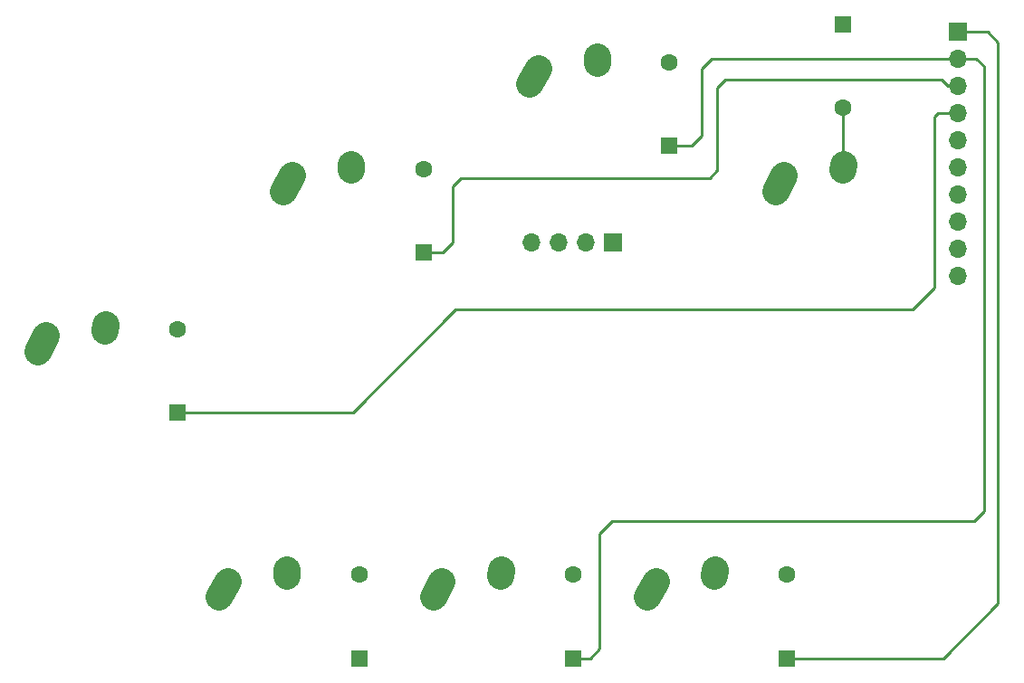
<source format=gbr>
G04 #@! TF.GenerationSoftware,KiCad,Pcbnew,(5.1.2)-2*
G04 #@! TF.CreationDate,2019-07-07T18:03:19+10:00*
G04 #@! TF.ProjectId,Left_Combined_Micro,4c656674-5f43-46f6-9d62-696e65645f4d,rev?*
G04 #@! TF.SameCoordinates,Original*
G04 #@! TF.FileFunction,Copper,L2,Bot*
G04 #@! TF.FilePolarity,Positive*
%FSLAX46Y46*%
G04 Gerber Fmt 4.6, Leading zero omitted, Abs format (unit mm)*
G04 Created by KiCad (PCBNEW (5.1.2)-2) date 2019-07-07 18:03:19*
%MOMM*%
%LPD*%
G04 APERTURE LIST*
%ADD10R,1.600000X1.600000*%
%ADD11C,1.600000*%
%ADD12R,1.700000X1.700000*%
%ADD13O,1.700000X1.700000*%
%ADD14C,2.500000*%
%ADD15C,2.500000*%
%ADD16C,0.250000*%
G04 APERTURE END LIST*
D10*
X184000000Y-31850000D03*
D11*
X184000000Y-39650000D03*
D10*
X167750000Y-43150000D03*
D11*
X167750000Y-35350000D03*
D10*
X144750000Y-53150000D03*
D11*
X144750000Y-45350000D03*
D10*
X121750000Y-68150000D03*
D11*
X121750000Y-60350000D03*
D10*
X178750000Y-91150000D03*
D11*
X178750000Y-83350000D03*
D10*
X158750000Y-91150000D03*
D11*
X158750000Y-83350000D03*
D10*
X138750000Y-91150000D03*
D11*
X138750000Y-83350000D03*
D12*
X194750000Y-32500000D03*
D13*
X194750000Y-35040000D03*
X194750000Y-37580000D03*
X194750000Y-40120000D03*
X194750000Y-42660000D03*
X194750000Y-45200000D03*
X194750000Y-47740000D03*
X194750000Y-50280000D03*
X194750000Y-52820000D03*
X194750000Y-55360000D03*
D12*
X162500000Y-52250000D03*
D13*
X159960000Y-52250000D03*
X157420000Y-52250000D03*
X154880000Y-52250000D03*
D14*
X178095000Y-46730000D03*
D15*
X178500453Y-46000046D02*
X177689547Y-47459954D01*
D14*
X184020000Y-45210000D03*
D15*
X184039724Y-44920672D02*
X184000276Y-45499328D01*
D14*
X155095000Y-36730000D03*
D15*
X155500453Y-36000046D02*
X154689547Y-37459954D01*
D14*
X161020000Y-35210000D03*
D15*
X161039724Y-34920672D02*
X161000276Y-35499328D01*
D14*
X132095000Y-46730000D03*
D15*
X132500453Y-46000046D02*
X131689547Y-47459954D01*
D14*
X138020000Y-45210000D03*
D15*
X138039724Y-44920672D02*
X138000276Y-45499328D01*
D14*
X109095000Y-61730000D03*
D15*
X109500453Y-61000046D02*
X108689547Y-62459954D01*
D14*
X115020000Y-60210000D03*
D15*
X115039724Y-59920672D02*
X115000276Y-60499328D01*
D14*
X166095000Y-84730000D03*
D15*
X166500453Y-84000046D02*
X165689547Y-85459954D01*
D14*
X172020000Y-83210000D03*
D15*
X172039724Y-82920672D02*
X172000276Y-83499328D01*
D14*
X146095000Y-84730000D03*
D15*
X146500453Y-84000046D02*
X145689547Y-85459954D01*
D14*
X152020000Y-83210000D03*
D15*
X152039724Y-82920672D02*
X152000276Y-83499328D01*
D14*
X126095000Y-84730000D03*
D15*
X126500453Y-84000046D02*
X125689547Y-85459954D01*
D14*
X132020000Y-83210000D03*
D15*
X132039724Y-82920672D02*
X132000276Y-83499328D01*
D16*
X184000000Y-39650000D02*
X184000000Y-45190000D01*
X184000000Y-45190000D02*
X184020000Y-45210000D01*
X178750000Y-91150000D02*
X193350000Y-91150000D01*
X197500000Y-32500000D02*
X194750000Y-32500000D01*
X198500000Y-33500000D02*
X197500000Y-32500000D01*
X198500000Y-86000000D02*
X198500000Y-33500000D01*
X193350000Y-91150000D02*
X198500000Y-86000000D01*
X167750000Y-43150000D02*
X169850000Y-43150000D01*
X171710000Y-35040000D02*
X194750000Y-35040000D01*
X170750000Y-36000000D02*
X171710000Y-35040000D01*
X170750000Y-42250000D02*
X170750000Y-36000000D01*
X169850000Y-43150000D02*
X170750000Y-42250000D01*
X194750000Y-35040000D02*
X196460000Y-35040000D01*
X160350000Y-91150000D02*
X158750000Y-91150000D01*
X161250000Y-90250000D02*
X160350000Y-91150000D01*
X161250000Y-79500000D02*
X161250000Y-90250000D01*
X162410000Y-78340000D02*
X161250000Y-79500000D01*
X196250000Y-78340000D02*
X162410000Y-78340000D01*
X197170000Y-77420000D02*
X196250000Y-78340000D01*
X197170000Y-35750000D02*
X197170000Y-77420000D01*
X196460000Y-35040000D02*
X197170000Y-35750000D01*
X194750000Y-37580000D02*
X193830000Y-37580000D01*
X146600000Y-53150000D02*
X144750000Y-53150000D01*
X147500000Y-52250000D02*
X146600000Y-53150000D01*
X147500000Y-47000000D02*
X147500000Y-52250000D01*
X148250000Y-46250000D02*
X147500000Y-47000000D01*
X171500000Y-46250000D02*
X148250000Y-46250000D01*
X172250000Y-45500000D02*
X171500000Y-46250000D01*
X172250000Y-37750000D02*
X172250000Y-45500000D01*
X173000000Y-37000000D02*
X172250000Y-37750000D01*
X193250000Y-37000000D02*
X173000000Y-37000000D01*
X193830000Y-37580000D02*
X193250000Y-37000000D01*
X147775000Y-58525000D02*
X190475000Y-58525000D01*
X192880000Y-40120000D02*
X192500000Y-40500000D01*
X192500000Y-40500000D02*
X192500000Y-56500000D01*
X192500000Y-56500000D02*
X190500000Y-58500000D01*
X192880000Y-40120000D02*
X194750000Y-40120000D01*
X190475000Y-58525000D02*
X190500000Y-58500000D01*
X121750000Y-68150000D02*
X138150000Y-68150000D01*
X138150000Y-68150000D02*
X147775000Y-58525000D01*
X147775000Y-58525000D02*
X147800000Y-58500000D01*
M02*

</source>
